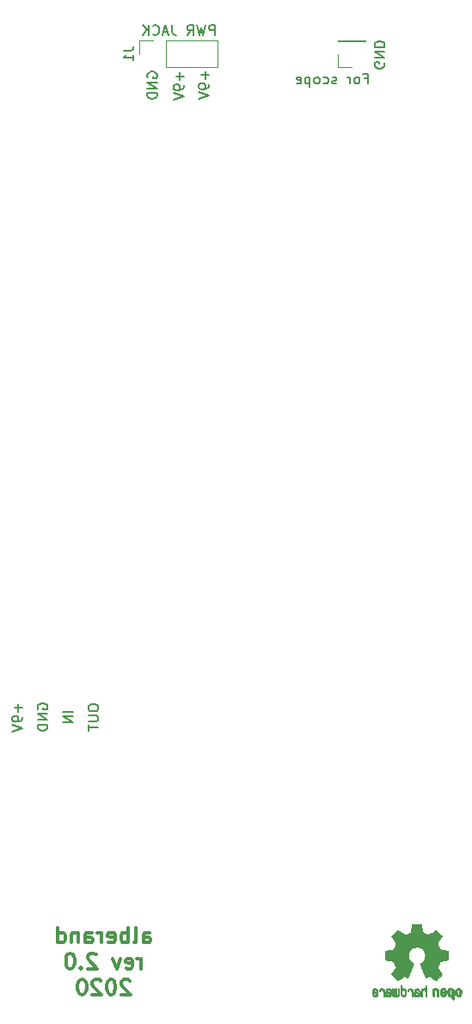
<source format=gbr>
G04 #@! TF.GenerationSoftware,KiCad,Pcbnew,5.1.6*
G04 #@! TF.CreationDate,2020-09-18T17:18:22+02:00*
G04 #@! TF.ProjectId,bigmuff,6269676d-7566-4662-9e6b-696361645f70,rev?*
G04 #@! TF.SameCoordinates,Original*
G04 #@! TF.FileFunction,Legend,Bot*
G04 #@! TF.FilePolarity,Positive*
%FSLAX46Y46*%
G04 Gerber Fmt 4.6, Leading zero omitted, Abs format (unit mm)*
G04 Created by KiCad (PCBNEW 5.1.6) date 2020-09-18 17:18:22*
%MOMM*%
%LPD*%
G01*
G04 APERTURE LIST*
%ADD10C,0.150000*%
%ADD11C,0.300000*%
%ADD12C,0.120000*%
%ADD13C,0.010000*%
G04 APERTURE END LIST*
D10*
X130352380Y-117000000D02*
X130352380Y-117190476D01*
X130400000Y-117285714D01*
X130495238Y-117380952D01*
X130685714Y-117428571D01*
X131019047Y-117428571D01*
X131209523Y-117380952D01*
X131304761Y-117285714D01*
X131352380Y-117190476D01*
X131352380Y-117000000D01*
X131304761Y-116904761D01*
X131209523Y-116809523D01*
X131019047Y-116761904D01*
X130685714Y-116761904D01*
X130495238Y-116809523D01*
X130400000Y-116904761D01*
X130352380Y-117000000D01*
X130352380Y-117857142D02*
X131161904Y-117857142D01*
X131257142Y-117904761D01*
X131304761Y-117952380D01*
X131352380Y-118047619D01*
X131352380Y-118238095D01*
X131304761Y-118333333D01*
X131257142Y-118380952D01*
X131161904Y-118428571D01*
X130352380Y-118428571D01*
X130352380Y-118761904D02*
X130352380Y-119333333D01*
X131352380Y-119047619D02*
X130352380Y-119047619D01*
X157566666Y-55128571D02*
X157900000Y-55128571D01*
X157900000Y-55652380D02*
X157900000Y-54652380D01*
X157423809Y-54652380D01*
X156900000Y-55652380D02*
X156995238Y-55604761D01*
X157042857Y-55557142D01*
X157090476Y-55461904D01*
X157090476Y-55176190D01*
X157042857Y-55080952D01*
X156995238Y-55033333D01*
X156900000Y-54985714D01*
X156757142Y-54985714D01*
X156661904Y-55033333D01*
X156614285Y-55080952D01*
X156566666Y-55176190D01*
X156566666Y-55461904D01*
X156614285Y-55557142D01*
X156661904Y-55604761D01*
X156757142Y-55652380D01*
X156900000Y-55652380D01*
X156138095Y-55652380D02*
X156138095Y-54985714D01*
X156138095Y-55176190D02*
X156090476Y-55080952D01*
X156042857Y-55033333D01*
X155947619Y-54985714D01*
X155852380Y-54985714D01*
X154804761Y-55604761D02*
X154709523Y-55652380D01*
X154519047Y-55652380D01*
X154423809Y-55604761D01*
X154376190Y-55509523D01*
X154376190Y-55461904D01*
X154423809Y-55366666D01*
X154519047Y-55319047D01*
X154661904Y-55319047D01*
X154757142Y-55271428D01*
X154804761Y-55176190D01*
X154804761Y-55128571D01*
X154757142Y-55033333D01*
X154661904Y-54985714D01*
X154519047Y-54985714D01*
X154423809Y-55033333D01*
X153519047Y-55604761D02*
X153614285Y-55652380D01*
X153804761Y-55652380D01*
X153900000Y-55604761D01*
X153947619Y-55557142D01*
X153995238Y-55461904D01*
X153995238Y-55176190D01*
X153947619Y-55080952D01*
X153900000Y-55033333D01*
X153804761Y-54985714D01*
X153614285Y-54985714D01*
X153519047Y-55033333D01*
X152947619Y-55652380D02*
X153042857Y-55604761D01*
X153090476Y-55557142D01*
X153138095Y-55461904D01*
X153138095Y-55176190D01*
X153090476Y-55080952D01*
X153042857Y-55033333D01*
X152947619Y-54985714D01*
X152804761Y-54985714D01*
X152709523Y-55033333D01*
X152661904Y-55080952D01*
X152614285Y-55176190D01*
X152614285Y-55461904D01*
X152661904Y-55557142D01*
X152709523Y-55604761D01*
X152804761Y-55652380D01*
X152947619Y-55652380D01*
X152185714Y-54985714D02*
X152185714Y-55985714D01*
X152185714Y-55033333D02*
X152090476Y-54985714D01*
X151900000Y-54985714D01*
X151804761Y-55033333D01*
X151757142Y-55080952D01*
X151709523Y-55176190D01*
X151709523Y-55461904D01*
X151757142Y-55557142D01*
X151804761Y-55604761D01*
X151900000Y-55652380D01*
X152090476Y-55652380D01*
X152185714Y-55604761D01*
X150900000Y-55604761D02*
X150995238Y-55652380D01*
X151185714Y-55652380D01*
X151280952Y-55604761D01*
X151328571Y-55509523D01*
X151328571Y-55128571D01*
X151280952Y-55033333D01*
X151185714Y-54985714D01*
X150995238Y-54985714D01*
X150900000Y-55033333D01*
X150852380Y-55128571D01*
X150852380Y-55223809D01*
X151328571Y-55319047D01*
X128852380Y-117476190D02*
X127852380Y-117476190D01*
X128852380Y-117952380D02*
X127852380Y-117952380D01*
X128852380Y-118523809D01*
X127852380Y-118523809D01*
X125400000Y-117238095D02*
X125352380Y-117142857D01*
X125352380Y-117000000D01*
X125400000Y-116857142D01*
X125495238Y-116761904D01*
X125590476Y-116714285D01*
X125780952Y-116666666D01*
X125923809Y-116666666D01*
X126114285Y-116714285D01*
X126209523Y-116761904D01*
X126304761Y-116857142D01*
X126352380Y-117000000D01*
X126352380Y-117095238D01*
X126304761Y-117238095D01*
X126257142Y-117285714D01*
X125923809Y-117285714D01*
X125923809Y-117095238D01*
X126352380Y-117714285D02*
X125352380Y-117714285D01*
X126352380Y-118285714D01*
X125352380Y-118285714D01*
X126352380Y-118761904D02*
X125352380Y-118761904D01*
X125352380Y-119000000D01*
X125400000Y-119142857D01*
X125495238Y-119238095D01*
X125590476Y-119285714D01*
X125780952Y-119333333D01*
X125923809Y-119333333D01*
X126114285Y-119285714D01*
X126209523Y-119238095D01*
X126304761Y-119142857D01*
X126352380Y-119000000D01*
X126352380Y-118761904D01*
X123471428Y-116714285D02*
X123471428Y-117476190D01*
X123852380Y-117095238D02*
X123090476Y-117095238D01*
X123852380Y-118000000D02*
X123852380Y-118190476D01*
X123804761Y-118285714D01*
X123757142Y-118333333D01*
X123614285Y-118428571D01*
X123423809Y-118476190D01*
X123042857Y-118476190D01*
X122947619Y-118428571D01*
X122900000Y-118380952D01*
X122852380Y-118285714D01*
X122852380Y-118095238D01*
X122900000Y-118000000D01*
X122947619Y-117952380D01*
X123042857Y-117904761D01*
X123280952Y-117904761D01*
X123376190Y-117952380D01*
X123423809Y-118000000D01*
X123471428Y-118095238D01*
X123471428Y-118285714D01*
X123423809Y-118380952D01*
X123376190Y-118428571D01*
X123280952Y-118476190D01*
X122852380Y-118761904D02*
X123852380Y-119095238D01*
X122852380Y-119428571D01*
D11*
X135792857Y-140228571D02*
X135792857Y-139442857D01*
X135864285Y-139300000D01*
X136007142Y-139228571D01*
X136292857Y-139228571D01*
X136435714Y-139300000D01*
X135792857Y-140157142D02*
X135935714Y-140228571D01*
X136292857Y-140228571D01*
X136435714Y-140157142D01*
X136507142Y-140014285D01*
X136507142Y-139871428D01*
X136435714Y-139728571D01*
X136292857Y-139657142D01*
X135935714Y-139657142D01*
X135792857Y-139585714D01*
X134864285Y-140228571D02*
X135007142Y-140157142D01*
X135078571Y-140014285D01*
X135078571Y-138728571D01*
X134292857Y-140228571D02*
X134292857Y-138728571D01*
X134292857Y-139300000D02*
X134150000Y-139228571D01*
X133864285Y-139228571D01*
X133721428Y-139300000D01*
X133650000Y-139371428D01*
X133578571Y-139514285D01*
X133578571Y-139942857D01*
X133650000Y-140085714D01*
X133721428Y-140157142D01*
X133864285Y-140228571D01*
X134150000Y-140228571D01*
X134292857Y-140157142D01*
X132364285Y-140157142D02*
X132507142Y-140228571D01*
X132792857Y-140228571D01*
X132935714Y-140157142D01*
X133007142Y-140014285D01*
X133007142Y-139442857D01*
X132935714Y-139300000D01*
X132792857Y-139228571D01*
X132507142Y-139228571D01*
X132364285Y-139300000D01*
X132292857Y-139442857D01*
X132292857Y-139585714D01*
X133007142Y-139728571D01*
X131650000Y-140228571D02*
X131650000Y-139228571D01*
X131650000Y-139514285D02*
X131578571Y-139371428D01*
X131507142Y-139300000D01*
X131364285Y-139228571D01*
X131221428Y-139228571D01*
X130078571Y-140228571D02*
X130078571Y-139442857D01*
X130150000Y-139300000D01*
X130292857Y-139228571D01*
X130578571Y-139228571D01*
X130721428Y-139300000D01*
X130078571Y-140157142D02*
X130221428Y-140228571D01*
X130578571Y-140228571D01*
X130721428Y-140157142D01*
X130792857Y-140014285D01*
X130792857Y-139871428D01*
X130721428Y-139728571D01*
X130578571Y-139657142D01*
X130221428Y-139657142D01*
X130078571Y-139585714D01*
X129364285Y-139228571D02*
X129364285Y-140228571D01*
X129364285Y-139371428D02*
X129292857Y-139300000D01*
X129150000Y-139228571D01*
X128935714Y-139228571D01*
X128792857Y-139300000D01*
X128721428Y-139442857D01*
X128721428Y-140228571D01*
X127364285Y-140228571D02*
X127364285Y-138728571D01*
X127364285Y-140157142D02*
X127507142Y-140228571D01*
X127792857Y-140228571D01*
X127935714Y-140157142D01*
X128007142Y-140085714D01*
X128078571Y-139942857D01*
X128078571Y-139514285D01*
X128007142Y-139371428D01*
X127935714Y-139300000D01*
X127792857Y-139228571D01*
X127507142Y-139228571D01*
X127364285Y-139300000D01*
X135578571Y-142778571D02*
X135578571Y-141778571D01*
X135578571Y-142064285D02*
X135507142Y-141921428D01*
X135435714Y-141850000D01*
X135292857Y-141778571D01*
X135150000Y-141778571D01*
X134078571Y-142707142D02*
X134221428Y-142778571D01*
X134507142Y-142778571D01*
X134650000Y-142707142D01*
X134721428Y-142564285D01*
X134721428Y-141992857D01*
X134650000Y-141850000D01*
X134507142Y-141778571D01*
X134221428Y-141778571D01*
X134078571Y-141850000D01*
X134007142Y-141992857D01*
X134007142Y-142135714D01*
X134721428Y-142278571D01*
X133507142Y-141778571D02*
X133150000Y-142778571D01*
X132792857Y-141778571D01*
X131150000Y-141421428D02*
X131078571Y-141350000D01*
X130935714Y-141278571D01*
X130578571Y-141278571D01*
X130435714Y-141350000D01*
X130364285Y-141421428D01*
X130292857Y-141564285D01*
X130292857Y-141707142D01*
X130364285Y-141921428D01*
X131221428Y-142778571D01*
X130292857Y-142778571D01*
X129650000Y-142635714D02*
X129578571Y-142707142D01*
X129650000Y-142778571D01*
X129721428Y-142707142D01*
X129650000Y-142635714D01*
X129650000Y-142778571D01*
X128650000Y-141278571D02*
X128507142Y-141278571D01*
X128364285Y-141350000D01*
X128292857Y-141421428D01*
X128221428Y-141564285D01*
X128150000Y-141850000D01*
X128150000Y-142207142D01*
X128221428Y-142492857D01*
X128292857Y-142635714D01*
X128364285Y-142707142D01*
X128507142Y-142778571D01*
X128650000Y-142778571D01*
X128792857Y-142707142D01*
X128864285Y-142635714D01*
X128935714Y-142492857D01*
X129007142Y-142207142D01*
X129007142Y-141850000D01*
X128935714Y-141564285D01*
X128864285Y-141421428D01*
X128792857Y-141350000D01*
X128650000Y-141278571D01*
X134471428Y-143971428D02*
X134400000Y-143900000D01*
X134257142Y-143828571D01*
X133900000Y-143828571D01*
X133757142Y-143900000D01*
X133685714Y-143971428D01*
X133614285Y-144114285D01*
X133614285Y-144257142D01*
X133685714Y-144471428D01*
X134542857Y-145328571D01*
X133614285Y-145328571D01*
X132685714Y-143828571D02*
X132542857Y-143828571D01*
X132400000Y-143900000D01*
X132328571Y-143971428D01*
X132257142Y-144114285D01*
X132185714Y-144400000D01*
X132185714Y-144757142D01*
X132257142Y-145042857D01*
X132328571Y-145185714D01*
X132400000Y-145257142D01*
X132542857Y-145328571D01*
X132685714Y-145328571D01*
X132828571Y-145257142D01*
X132900000Y-145185714D01*
X132971428Y-145042857D01*
X133042857Y-144757142D01*
X133042857Y-144400000D01*
X132971428Y-144114285D01*
X132900000Y-143971428D01*
X132828571Y-143900000D01*
X132685714Y-143828571D01*
X131614285Y-143971428D02*
X131542857Y-143900000D01*
X131400000Y-143828571D01*
X131042857Y-143828571D01*
X130900000Y-143900000D01*
X130828571Y-143971428D01*
X130757142Y-144114285D01*
X130757142Y-144257142D01*
X130828571Y-144471428D01*
X131685714Y-145328571D01*
X130757142Y-145328571D01*
X129828571Y-143828571D02*
X129685714Y-143828571D01*
X129542857Y-143900000D01*
X129471428Y-143971428D01*
X129400000Y-144114285D01*
X129328571Y-144400000D01*
X129328571Y-144757142D01*
X129400000Y-145042857D01*
X129471428Y-145185714D01*
X129542857Y-145257142D01*
X129685714Y-145328571D01*
X129828571Y-145328571D01*
X129971428Y-145257142D01*
X130042857Y-145185714D01*
X130114285Y-145042857D01*
X130185714Y-144757142D01*
X130185714Y-144400000D01*
X130114285Y-144114285D01*
X130042857Y-143971428D01*
X129971428Y-143900000D01*
X129828571Y-143828571D01*
D10*
X159500000Y-53561904D02*
X159547619Y-53657142D01*
X159547619Y-53800000D01*
X159500000Y-53942857D01*
X159404761Y-54038095D01*
X159309523Y-54085714D01*
X159119047Y-54133333D01*
X158976190Y-54133333D01*
X158785714Y-54085714D01*
X158690476Y-54038095D01*
X158595238Y-53942857D01*
X158547619Y-53800000D01*
X158547619Y-53704761D01*
X158595238Y-53561904D01*
X158642857Y-53514285D01*
X158976190Y-53514285D01*
X158976190Y-53704761D01*
X158547619Y-53085714D02*
X159547619Y-53085714D01*
X158547619Y-52514285D01*
X159547619Y-52514285D01*
X158547619Y-52038095D02*
X159547619Y-52038095D01*
X159547619Y-51800000D01*
X159500000Y-51657142D01*
X159404761Y-51561904D01*
X159309523Y-51514285D01*
X159119047Y-51466666D01*
X158976190Y-51466666D01*
X158785714Y-51514285D01*
X158690476Y-51561904D01*
X158595238Y-51657142D01*
X158547619Y-51800000D01*
X158547619Y-52038095D01*
X139371428Y-54514285D02*
X139371428Y-55276190D01*
X139752380Y-54895238D02*
X138990476Y-54895238D01*
X139752380Y-55800000D02*
X139752380Y-55990476D01*
X139704761Y-56085714D01*
X139657142Y-56133333D01*
X139514285Y-56228571D01*
X139323809Y-56276190D01*
X138942857Y-56276190D01*
X138847619Y-56228571D01*
X138800000Y-56180952D01*
X138752380Y-56085714D01*
X138752380Y-55895238D01*
X138800000Y-55800000D01*
X138847619Y-55752380D01*
X138942857Y-55704761D01*
X139180952Y-55704761D01*
X139276190Y-55752380D01*
X139323809Y-55800000D01*
X139371428Y-55895238D01*
X139371428Y-56085714D01*
X139323809Y-56180952D01*
X139276190Y-56228571D01*
X139180952Y-56276190D01*
X138752380Y-56561904D02*
X139752380Y-56895238D01*
X138752380Y-57228571D01*
X141871428Y-54414285D02*
X141871428Y-55176190D01*
X142252380Y-54795238D02*
X141490476Y-54795238D01*
X142252380Y-55700000D02*
X142252380Y-55890476D01*
X142204761Y-55985714D01*
X142157142Y-56033333D01*
X142014285Y-56128571D01*
X141823809Y-56176190D01*
X141442857Y-56176190D01*
X141347619Y-56128571D01*
X141300000Y-56080952D01*
X141252380Y-55985714D01*
X141252380Y-55795238D01*
X141300000Y-55700000D01*
X141347619Y-55652380D01*
X141442857Y-55604761D01*
X141680952Y-55604761D01*
X141776190Y-55652380D01*
X141823809Y-55700000D01*
X141871428Y-55795238D01*
X141871428Y-55985714D01*
X141823809Y-56080952D01*
X141776190Y-56128571D01*
X141680952Y-56176190D01*
X141252380Y-56461904D02*
X142252380Y-56795238D01*
X141252380Y-57128571D01*
X136200000Y-55038095D02*
X136152380Y-54942857D01*
X136152380Y-54800000D01*
X136200000Y-54657142D01*
X136295238Y-54561904D01*
X136390476Y-54514285D01*
X136580952Y-54466666D01*
X136723809Y-54466666D01*
X136914285Y-54514285D01*
X137009523Y-54561904D01*
X137104761Y-54657142D01*
X137152380Y-54800000D01*
X137152380Y-54895238D01*
X137104761Y-55038095D01*
X137057142Y-55085714D01*
X136723809Y-55085714D01*
X136723809Y-54895238D01*
X137152380Y-55514285D02*
X136152380Y-55514285D01*
X137152380Y-56085714D01*
X136152380Y-56085714D01*
X137152380Y-56561904D02*
X136152380Y-56561904D01*
X136152380Y-56800000D01*
X136200000Y-56942857D01*
X136295238Y-57038095D01*
X136390476Y-57085714D01*
X136580952Y-57133333D01*
X136723809Y-57133333D01*
X136914285Y-57085714D01*
X137009523Y-57038095D01*
X137104761Y-56942857D01*
X137152380Y-56800000D01*
X137152380Y-56561904D01*
D12*
X143110000Y-51370000D02*
X143110000Y-54030000D01*
X137970000Y-51370000D02*
X143110000Y-51370000D01*
X137970000Y-54030000D02*
X143110000Y-54030000D01*
X137970000Y-51370000D02*
X137970000Y-54030000D01*
X136700000Y-51370000D02*
X135370000Y-51370000D01*
X135370000Y-51370000D02*
X135370000Y-52700000D01*
D13*
G36*
X165931114Y-144684505D02*
G01*
X165856461Y-144721727D01*
X165790569Y-144790261D01*
X165772423Y-144815648D01*
X165752655Y-144848866D01*
X165739828Y-144884945D01*
X165732490Y-144933098D01*
X165729187Y-145002536D01*
X165728462Y-145094206D01*
X165731737Y-145219830D01*
X165743123Y-145314154D01*
X165764959Y-145384523D01*
X165799581Y-145438286D01*
X165849330Y-145482788D01*
X165852986Y-145485423D01*
X165902015Y-145512377D01*
X165961055Y-145525712D01*
X166036141Y-145529000D01*
X166158205Y-145529000D01*
X166158256Y-145647497D01*
X166159392Y-145713492D01*
X166166314Y-145752202D01*
X166184402Y-145775419D01*
X166219038Y-145794933D01*
X166227355Y-145798920D01*
X166266280Y-145817603D01*
X166296417Y-145829403D01*
X166318826Y-145830422D01*
X166334567Y-145816761D01*
X166344698Y-145784522D01*
X166350277Y-145729804D01*
X166352365Y-145648711D01*
X166352019Y-145537344D01*
X166350300Y-145391802D01*
X166349763Y-145348269D01*
X166347828Y-145198205D01*
X166346096Y-145100042D01*
X166158308Y-145100042D01*
X166157252Y-145183364D01*
X166152562Y-145237880D01*
X166141949Y-145273837D01*
X166123128Y-145301482D01*
X166110350Y-145314965D01*
X166058110Y-145354417D01*
X166011858Y-145357628D01*
X165964133Y-145325049D01*
X165962923Y-145323846D01*
X165943506Y-145298668D01*
X165931693Y-145264447D01*
X165925735Y-145211748D01*
X165923880Y-145131131D01*
X165923846Y-145113271D01*
X165928330Y-145002175D01*
X165942926Y-144925161D01*
X165969350Y-144878147D01*
X166009317Y-144857050D01*
X166032416Y-144854923D01*
X166087238Y-144864900D01*
X166124842Y-144897752D01*
X166147477Y-144957857D01*
X166157394Y-145049598D01*
X166158308Y-145100042D01*
X166346096Y-145100042D01*
X166345778Y-145082060D01*
X166343127Y-144994679D01*
X166339394Y-144930905D01*
X166334093Y-144885582D01*
X166326742Y-144853555D01*
X166316857Y-144829668D01*
X166303954Y-144808764D01*
X166298421Y-144800898D01*
X166225031Y-144726595D01*
X166132240Y-144684467D01*
X166024904Y-144672722D01*
X165931114Y-144684505D01*
G37*
X165931114Y-144684505D02*
X165856461Y-144721727D01*
X165790569Y-144790261D01*
X165772423Y-144815648D01*
X165752655Y-144848866D01*
X165739828Y-144884945D01*
X165732490Y-144933098D01*
X165729187Y-145002536D01*
X165728462Y-145094206D01*
X165731737Y-145219830D01*
X165743123Y-145314154D01*
X165764959Y-145384523D01*
X165799581Y-145438286D01*
X165849330Y-145482788D01*
X165852986Y-145485423D01*
X165902015Y-145512377D01*
X165961055Y-145525712D01*
X166036141Y-145529000D01*
X166158205Y-145529000D01*
X166158256Y-145647497D01*
X166159392Y-145713492D01*
X166166314Y-145752202D01*
X166184402Y-145775419D01*
X166219038Y-145794933D01*
X166227355Y-145798920D01*
X166266280Y-145817603D01*
X166296417Y-145829403D01*
X166318826Y-145830422D01*
X166334567Y-145816761D01*
X166344698Y-145784522D01*
X166350277Y-145729804D01*
X166352365Y-145648711D01*
X166352019Y-145537344D01*
X166350300Y-145391802D01*
X166349763Y-145348269D01*
X166347828Y-145198205D01*
X166346096Y-145100042D01*
X166158308Y-145100042D01*
X166157252Y-145183364D01*
X166152562Y-145237880D01*
X166141949Y-145273837D01*
X166123128Y-145301482D01*
X166110350Y-145314965D01*
X166058110Y-145354417D01*
X166011858Y-145357628D01*
X165964133Y-145325049D01*
X165962923Y-145323846D01*
X165943506Y-145298668D01*
X165931693Y-145264447D01*
X165925735Y-145211748D01*
X165923880Y-145131131D01*
X165923846Y-145113271D01*
X165928330Y-145002175D01*
X165942926Y-144925161D01*
X165969350Y-144878147D01*
X166009317Y-144857050D01*
X166032416Y-144854923D01*
X166087238Y-144864900D01*
X166124842Y-144897752D01*
X166147477Y-144957857D01*
X166157394Y-145049598D01*
X166158308Y-145100042D01*
X166346096Y-145100042D01*
X166345778Y-145082060D01*
X166343127Y-144994679D01*
X166339394Y-144930905D01*
X166334093Y-144885582D01*
X166326742Y-144853555D01*
X166316857Y-144829668D01*
X166303954Y-144808764D01*
X166298421Y-144800898D01*
X166225031Y-144726595D01*
X166132240Y-144684467D01*
X166024904Y-144672722D01*
X165931114Y-144684505D01*
G36*
X164428336Y-144695089D02*
G01*
X164365633Y-144731358D01*
X164322039Y-144767358D01*
X164290155Y-144805075D01*
X164268190Y-144851199D01*
X164254351Y-144912421D01*
X164246847Y-144995431D01*
X164243883Y-145106919D01*
X164243539Y-145187062D01*
X164243539Y-145482065D01*
X164409615Y-145556515D01*
X164419385Y-145233402D01*
X164423421Y-145112729D01*
X164427656Y-145025141D01*
X164432903Y-144964650D01*
X164439975Y-144925268D01*
X164449689Y-144901007D01*
X164462856Y-144885880D01*
X164467081Y-144882606D01*
X164531091Y-144857034D01*
X164595792Y-144867153D01*
X164634308Y-144894000D01*
X164649975Y-144913024D01*
X164660820Y-144937988D01*
X164667712Y-144975834D01*
X164671521Y-145033502D01*
X164673117Y-145117935D01*
X164673385Y-145205928D01*
X164673437Y-145316323D01*
X164675328Y-145394463D01*
X164681655Y-145447165D01*
X164695017Y-145481242D01*
X164718015Y-145503511D01*
X164753246Y-145520787D01*
X164800303Y-145538738D01*
X164851697Y-145558278D01*
X164845579Y-145211485D01*
X164843116Y-145086468D01*
X164840233Y-144994082D01*
X164836102Y-144927881D01*
X164829893Y-144881420D01*
X164820774Y-144848256D01*
X164807917Y-144821944D01*
X164792416Y-144798729D01*
X164717629Y-144724569D01*
X164626372Y-144681684D01*
X164527117Y-144671412D01*
X164428336Y-144695089D01*
G37*
X164428336Y-144695089D02*
X164365633Y-144731358D01*
X164322039Y-144767358D01*
X164290155Y-144805075D01*
X164268190Y-144851199D01*
X164254351Y-144912421D01*
X164246847Y-144995431D01*
X164243883Y-145106919D01*
X164243539Y-145187062D01*
X164243539Y-145482065D01*
X164409615Y-145556515D01*
X164419385Y-145233402D01*
X164423421Y-145112729D01*
X164427656Y-145025141D01*
X164432903Y-144964650D01*
X164439975Y-144925268D01*
X164449689Y-144901007D01*
X164462856Y-144885880D01*
X164467081Y-144882606D01*
X164531091Y-144857034D01*
X164595792Y-144867153D01*
X164634308Y-144894000D01*
X164649975Y-144913024D01*
X164660820Y-144937988D01*
X164667712Y-144975834D01*
X164671521Y-145033502D01*
X164673117Y-145117935D01*
X164673385Y-145205928D01*
X164673437Y-145316323D01*
X164675328Y-145394463D01*
X164681655Y-145447165D01*
X164695017Y-145481242D01*
X164718015Y-145503511D01*
X164753246Y-145520787D01*
X164800303Y-145538738D01*
X164851697Y-145558278D01*
X164845579Y-145211485D01*
X164843116Y-145086468D01*
X164840233Y-144994082D01*
X164836102Y-144927881D01*
X164829893Y-144881420D01*
X164820774Y-144848256D01*
X164807917Y-144821944D01*
X164792416Y-144798729D01*
X164717629Y-144724569D01*
X164626372Y-144681684D01*
X164527117Y-144671412D01*
X164428336Y-144695089D01*
G36*
X166683114Y-144687256D02*
G01*
X166591536Y-144735409D01*
X166523951Y-144812905D01*
X166499943Y-144862727D01*
X166481262Y-144937533D01*
X166471699Y-145032052D01*
X166470792Y-145135210D01*
X166478079Y-145235935D01*
X166493097Y-145323153D01*
X166515385Y-145385791D01*
X166522235Y-145396579D01*
X166603368Y-145477105D01*
X166699734Y-145525336D01*
X166804299Y-145539450D01*
X166910032Y-145517629D01*
X166939457Y-145504547D01*
X166996759Y-145464231D01*
X167047050Y-145410775D01*
X167051803Y-145403995D01*
X167071122Y-145371321D01*
X167083892Y-145336394D01*
X167091436Y-145290414D01*
X167095076Y-145224584D01*
X167096135Y-145130105D01*
X167096154Y-145108923D01*
X167096106Y-145102182D01*
X166900769Y-145102182D01*
X166899632Y-145191349D01*
X166895159Y-145250520D01*
X166885754Y-145288741D01*
X166869824Y-145315053D01*
X166861692Y-145323846D01*
X166814942Y-145357261D01*
X166769553Y-145355737D01*
X166723660Y-145326752D01*
X166696288Y-145295809D01*
X166680077Y-145250643D01*
X166670974Y-145179420D01*
X166670349Y-145171114D01*
X166668796Y-145042037D01*
X166685035Y-144946172D01*
X166718848Y-144884107D01*
X166770016Y-144856432D01*
X166788280Y-144854923D01*
X166836240Y-144862513D01*
X166869047Y-144888808D01*
X166889105Y-144939095D01*
X166898822Y-145018664D01*
X166900769Y-145102182D01*
X167096106Y-145102182D01*
X167095426Y-145008249D01*
X167092371Y-144937906D01*
X167085678Y-144889163D01*
X167074040Y-144853288D01*
X167056147Y-144821548D01*
X167052192Y-144815648D01*
X166985733Y-144736104D01*
X166913315Y-144689929D01*
X166825151Y-144671599D01*
X166795213Y-144670703D01*
X166683114Y-144687256D01*
G37*
X166683114Y-144687256D02*
X166591536Y-144735409D01*
X166523951Y-144812905D01*
X166499943Y-144862727D01*
X166481262Y-144937533D01*
X166471699Y-145032052D01*
X166470792Y-145135210D01*
X166478079Y-145235935D01*
X166493097Y-145323153D01*
X166515385Y-145385791D01*
X166522235Y-145396579D01*
X166603368Y-145477105D01*
X166699734Y-145525336D01*
X166804299Y-145539450D01*
X166910032Y-145517629D01*
X166939457Y-145504547D01*
X166996759Y-145464231D01*
X167047050Y-145410775D01*
X167051803Y-145403995D01*
X167071122Y-145371321D01*
X167083892Y-145336394D01*
X167091436Y-145290414D01*
X167095076Y-145224584D01*
X167096135Y-145130105D01*
X167096154Y-145108923D01*
X167096106Y-145102182D01*
X166900769Y-145102182D01*
X166899632Y-145191349D01*
X166895159Y-145250520D01*
X166885754Y-145288741D01*
X166869824Y-145315053D01*
X166861692Y-145323846D01*
X166814942Y-145357261D01*
X166769553Y-145355737D01*
X166723660Y-145326752D01*
X166696288Y-145295809D01*
X166680077Y-145250643D01*
X166670974Y-145179420D01*
X166670349Y-145171114D01*
X166668796Y-145042037D01*
X166685035Y-144946172D01*
X166718848Y-144884107D01*
X166770016Y-144856432D01*
X166788280Y-144854923D01*
X166836240Y-144862513D01*
X166869047Y-144888808D01*
X166889105Y-144939095D01*
X166898822Y-145018664D01*
X166900769Y-145102182D01*
X167096106Y-145102182D01*
X167095426Y-145008249D01*
X167092371Y-144937906D01*
X167085678Y-144889163D01*
X167074040Y-144853288D01*
X167056147Y-144821548D01*
X167052192Y-144815648D01*
X166985733Y-144736104D01*
X166913315Y-144689929D01*
X166825151Y-144671599D01*
X166795213Y-144670703D01*
X166683114Y-144687256D01*
G36*
X165165746Y-144699745D02*
G01*
X165088714Y-144751567D01*
X165029184Y-144826412D01*
X164993622Y-144921654D01*
X164986429Y-144991756D01*
X164987246Y-145021009D01*
X164994086Y-145043407D01*
X165012888Y-145063474D01*
X165049592Y-145085733D01*
X165110138Y-145114709D01*
X165200466Y-145154927D01*
X165200923Y-145155129D01*
X165284067Y-145193210D01*
X165352247Y-145227025D01*
X165398495Y-145252933D01*
X165415842Y-145267295D01*
X165415846Y-145267411D01*
X165400557Y-145298685D01*
X165364804Y-145333157D01*
X165323758Y-145357990D01*
X165302963Y-145362923D01*
X165246230Y-145345862D01*
X165197373Y-145303133D01*
X165173535Y-145256155D01*
X165150603Y-145221522D01*
X165105682Y-145182081D01*
X165052877Y-145148009D01*
X165006290Y-145129480D01*
X164996548Y-145128462D01*
X164985582Y-145145215D01*
X164984921Y-145188039D01*
X164992980Y-145245781D01*
X165008173Y-145307289D01*
X165028914Y-145361409D01*
X165029962Y-145363510D01*
X165092379Y-145450660D01*
X165173274Y-145509939D01*
X165265144Y-145539034D01*
X165360487Y-145535634D01*
X165451802Y-145497428D01*
X165455862Y-145494741D01*
X165527694Y-145429642D01*
X165574927Y-145344705D01*
X165601066Y-145233021D01*
X165604574Y-145201643D01*
X165610787Y-145053536D01*
X165603339Y-144984468D01*
X165415846Y-144984468D01*
X165413410Y-145027552D01*
X165400086Y-145040126D01*
X165366868Y-145030719D01*
X165314506Y-145008483D01*
X165255976Y-144980610D01*
X165254521Y-144979872D01*
X165204911Y-144953777D01*
X165185000Y-144936363D01*
X165189910Y-144918107D01*
X165210584Y-144894120D01*
X165263181Y-144859406D01*
X165319823Y-144856856D01*
X165370631Y-144882119D01*
X165405724Y-144930847D01*
X165415846Y-144984468D01*
X165603339Y-144984468D01*
X165598008Y-144935036D01*
X165565222Y-144841055D01*
X165519579Y-144775215D01*
X165437198Y-144708681D01*
X165346454Y-144675676D01*
X165253815Y-144673573D01*
X165165746Y-144699745D01*
G37*
X165165746Y-144699745D02*
X165088714Y-144751567D01*
X165029184Y-144826412D01*
X164993622Y-144921654D01*
X164986429Y-144991756D01*
X164987246Y-145021009D01*
X164994086Y-145043407D01*
X165012888Y-145063474D01*
X165049592Y-145085733D01*
X165110138Y-145114709D01*
X165200466Y-145154927D01*
X165200923Y-145155129D01*
X165284067Y-145193210D01*
X165352247Y-145227025D01*
X165398495Y-145252933D01*
X165415842Y-145267295D01*
X165415846Y-145267411D01*
X165400557Y-145298685D01*
X165364804Y-145333157D01*
X165323758Y-145357990D01*
X165302963Y-145362923D01*
X165246230Y-145345862D01*
X165197373Y-145303133D01*
X165173535Y-145256155D01*
X165150603Y-145221522D01*
X165105682Y-145182081D01*
X165052877Y-145148009D01*
X165006290Y-145129480D01*
X164996548Y-145128462D01*
X164985582Y-145145215D01*
X164984921Y-145188039D01*
X164992980Y-145245781D01*
X165008173Y-145307289D01*
X165028914Y-145361409D01*
X165029962Y-145363510D01*
X165092379Y-145450660D01*
X165173274Y-145509939D01*
X165265144Y-145539034D01*
X165360487Y-145535634D01*
X165451802Y-145497428D01*
X165455862Y-145494741D01*
X165527694Y-145429642D01*
X165574927Y-145344705D01*
X165601066Y-145233021D01*
X165604574Y-145201643D01*
X165610787Y-145053536D01*
X165603339Y-144984468D01*
X165415846Y-144984468D01*
X165413410Y-145027552D01*
X165400086Y-145040126D01*
X165366868Y-145030719D01*
X165314506Y-145008483D01*
X165255976Y-144980610D01*
X165254521Y-144979872D01*
X165204911Y-144953777D01*
X165185000Y-144936363D01*
X165189910Y-144918107D01*
X165210584Y-144894120D01*
X165263181Y-144859406D01*
X165319823Y-144856856D01*
X165370631Y-144882119D01*
X165405724Y-144930847D01*
X165415846Y-144984468D01*
X165603339Y-144984468D01*
X165598008Y-144935036D01*
X165565222Y-144841055D01*
X165519579Y-144775215D01*
X165437198Y-144708681D01*
X165346454Y-144675676D01*
X165253815Y-144673573D01*
X165165746Y-144699745D01*
G36*
X163540154Y-144592120D02*
G01*
X163534428Y-144671980D01*
X163527851Y-144719039D01*
X163518738Y-144739566D01*
X163505402Y-144739829D01*
X163501077Y-144737378D01*
X163443556Y-144719636D01*
X163368732Y-144720672D01*
X163292661Y-144738910D01*
X163245082Y-144762505D01*
X163196298Y-144800198D01*
X163160636Y-144842855D01*
X163136155Y-144897057D01*
X163120913Y-144969384D01*
X163112970Y-145066419D01*
X163110384Y-145194742D01*
X163110338Y-145219358D01*
X163110308Y-145495870D01*
X163171839Y-145517320D01*
X163215541Y-145531912D01*
X163239518Y-145538706D01*
X163240223Y-145538769D01*
X163242585Y-145520345D01*
X163244594Y-145469526D01*
X163246099Y-145392993D01*
X163246947Y-145297430D01*
X163247077Y-145239329D01*
X163247349Y-145124771D01*
X163248748Y-145042667D01*
X163252151Y-144986393D01*
X163258433Y-144949326D01*
X163268471Y-144924844D01*
X163283139Y-144906325D01*
X163292298Y-144897406D01*
X163355211Y-144861466D01*
X163423864Y-144858775D01*
X163486152Y-144889170D01*
X163497671Y-144900144D01*
X163514567Y-144920779D01*
X163526286Y-144945256D01*
X163533767Y-144980647D01*
X163537946Y-145034026D01*
X163539763Y-145112466D01*
X163540154Y-145220617D01*
X163540154Y-145495870D01*
X163601685Y-145517320D01*
X163645387Y-145531912D01*
X163669364Y-145538706D01*
X163670070Y-145538769D01*
X163671874Y-145520069D01*
X163673500Y-145467322D01*
X163674883Y-145385557D01*
X163675958Y-145279805D01*
X163676660Y-145155094D01*
X163676923Y-145016455D01*
X163676923Y-144481806D01*
X163549923Y-144428236D01*
X163540154Y-144592120D01*
G37*
X163540154Y-144592120D02*
X163534428Y-144671980D01*
X163527851Y-144719039D01*
X163518738Y-144739566D01*
X163505402Y-144739829D01*
X163501077Y-144737378D01*
X163443556Y-144719636D01*
X163368732Y-144720672D01*
X163292661Y-144738910D01*
X163245082Y-144762505D01*
X163196298Y-144800198D01*
X163160636Y-144842855D01*
X163136155Y-144897057D01*
X163120913Y-144969384D01*
X163112970Y-145066419D01*
X163110384Y-145194742D01*
X163110338Y-145219358D01*
X163110308Y-145495870D01*
X163171839Y-145517320D01*
X163215541Y-145531912D01*
X163239518Y-145538706D01*
X163240223Y-145538769D01*
X163242585Y-145520345D01*
X163244594Y-145469526D01*
X163246099Y-145392993D01*
X163246947Y-145297430D01*
X163247077Y-145239329D01*
X163247349Y-145124771D01*
X163248748Y-145042667D01*
X163252151Y-144986393D01*
X163258433Y-144949326D01*
X163268471Y-144924844D01*
X163283139Y-144906325D01*
X163292298Y-144897406D01*
X163355211Y-144861466D01*
X163423864Y-144858775D01*
X163486152Y-144889170D01*
X163497671Y-144900144D01*
X163514567Y-144920779D01*
X163526286Y-144945256D01*
X163533767Y-144980647D01*
X163537946Y-145034026D01*
X163539763Y-145112466D01*
X163540154Y-145220617D01*
X163540154Y-145495870D01*
X163601685Y-145517320D01*
X163645387Y-145531912D01*
X163669364Y-145538706D01*
X163670070Y-145538769D01*
X163671874Y-145520069D01*
X163673500Y-145467322D01*
X163674883Y-145385557D01*
X163675958Y-145279805D01*
X163676660Y-145155094D01*
X163676923Y-145016455D01*
X163676923Y-144481806D01*
X163549923Y-144428236D01*
X163540154Y-144592120D01*
G36*
X162646499Y-144726303D02*
G01*
X162569940Y-144754733D01*
X162569064Y-144755279D01*
X162521715Y-144790127D01*
X162486759Y-144830852D01*
X162462175Y-144883925D01*
X162445938Y-144955814D01*
X162436025Y-145052992D01*
X162430414Y-145181928D01*
X162429923Y-145200298D01*
X162422859Y-145477287D01*
X162482305Y-145508028D01*
X162525319Y-145528802D01*
X162551290Y-145538646D01*
X162552491Y-145538769D01*
X162556986Y-145520606D01*
X162560556Y-145471612D01*
X162562752Y-145400031D01*
X162563231Y-145342068D01*
X162563242Y-145248170D01*
X162567534Y-145189203D01*
X162582497Y-145161079D01*
X162614518Y-145159706D01*
X162669986Y-145180998D01*
X162753731Y-145220136D01*
X162815311Y-145252643D01*
X162846983Y-145280845D01*
X162856294Y-145311582D01*
X162856308Y-145313104D01*
X162840943Y-145366054D01*
X162795453Y-145394660D01*
X162725834Y-145398803D01*
X162675687Y-145398084D01*
X162649246Y-145412527D01*
X162632757Y-145447218D01*
X162623267Y-145491416D01*
X162636943Y-145516493D01*
X162642093Y-145520082D01*
X162690575Y-145534496D01*
X162758469Y-145536537D01*
X162828388Y-145526983D01*
X162877932Y-145509522D01*
X162946430Y-145451364D01*
X162985366Y-145370408D01*
X162993077Y-145307160D01*
X162987193Y-145250111D01*
X162965899Y-145203542D01*
X162923735Y-145162181D01*
X162855241Y-145120755D01*
X162754956Y-145073993D01*
X162748846Y-145071350D01*
X162658510Y-145029617D01*
X162602765Y-144995391D01*
X162578871Y-144964635D01*
X162584087Y-144933311D01*
X162615672Y-144897383D01*
X162625117Y-144889116D01*
X162688383Y-144857058D01*
X162753936Y-144858407D01*
X162811028Y-144889838D01*
X162848907Y-144948024D01*
X162852426Y-144959446D01*
X162886700Y-145014837D01*
X162930191Y-145041518D01*
X162993077Y-145067960D01*
X162993077Y-144999548D01*
X162973948Y-144900110D01*
X162917169Y-144808902D01*
X162887622Y-144778389D01*
X162820458Y-144739228D01*
X162735044Y-144721500D01*
X162646499Y-144726303D01*
G37*
X162646499Y-144726303D02*
X162569940Y-144754733D01*
X162569064Y-144755279D01*
X162521715Y-144790127D01*
X162486759Y-144830852D01*
X162462175Y-144883925D01*
X162445938Y-144955814D01*
X162436025Y-145052992D01*
X162430414Y-145181928D01*
X162429923Y-145200298D01*
X162422859Y-145477287D01*
X162482305Y-145508028D01*
X162525319Y-145528802D01*
X162551290Y-145538646D01*
X162552491Y-145538769D01*
X162556986Y-145520606D01*
X162560556Y-145471612D01*
X162562752Y-145400031D01*
X162563231Y-145342068D01*
X162563242Y-145248170D01*
X162567534Y-145189203D01*
X162582497Y-145161079D01*
X162614518Y-145159706D01*
X162669986Y-145180998D01*
X162753731Y-145220136D01*
X162815311Y-145252643D01*
X162846983Y-145280845D01*
X162856294Y-145311582D01*
X162856308Y-145313104D01*
X162840943Y-145366054D01*
X162795453Y-145394660D01*
X162725834Y-145398803D01*
X162675687Y-145398084D01*
X162649246Y-145412527D01*
X162632757Y-145447218D01*
X162623267Y-145491416D01*
X162636943Y-145516493D01*
X162642093Y-145520082D01*
X162690575Y-145534496D01*
X162758469Y-145536537D01*
X162828388Y-145526983D01*
X162877932Y-145509522D01*
X162946430Y-145451364D01*
X162985366Y-145370408D01*
X162993077Y-145307160D01*
X162987193Y-145250111D01*
X162965899Y-145203542D01*
X162923735Y-145162181D01*
X162855241Y-145120755D01*
X162754956Y-145073993D01*
X162748846Y-145071350D01*
X162658510Y-145029617D01*
X162602765Y-144995391D01*
X162578871Y-144964635D01*
X162584087Y-144933311D01*
X162615672Y-144897383D01*
X162625117Y-144889116D01*
X162688383Y-144857058D01*
X162753936Y-144858407D01*
X162811028Y-144889838D01*
X162848907Y-144948024D01*
X162852426Y-144959446D01*
X162886700Y-145014837D01*
X162930191Y-145041518D01*
X162993077Y-145067960D01*
X162993077Y-144999548D01*
X162973948Y-144900110D01*
X162917169Y-144808902D01*
X162887622Y-144778389D01*
X162820458Y-144739228D01*
X162735044Y-144721500D01*
X162646499Y-144726303D01*
G36*
X161986638Y-144724670D02*
G01*
X161897883Y-144757421D01*
X161825978Y-144815350D01*
X161797856Y-144856128D01*
X161767198Y-144930954D01*
X161767835Y-144985058D01*
X161800013Y-145021446D01*
X161811919Y-145027633D01*
X161863325Y-145046925D01*
X161889578Y-145041982D01*
X161898470Y-145009587D01*
X161898923Y-144991692D01*
X161915203Y-144925859D01*
X161957635Y-144879807D01*
X162016612Y-144857564D01*
X162082525Y-144863161D01*
X162136105Y-144892229D01*
X162154202Y-144908810D01*
X162167029Y-144928925D01*
X162175694Y-144959332D01*
X162181304Y-145006788D01*
X162184965Y-145078050D01*
X162187785Y-145179875D01*
X162188516Y-145212115D01*
X162191180Y-145322410D01*
X162194208Y-145400036D01*
X162198750Y-145451396D01*
X162205954Y-145482890D01*
X162216967Y-145500920D01*
X162232940Y-145511888D01*
X162243166Y-145516733D01*
X162286594Y-145533301D01*
X162312158Y-145538769D01*
X162320605Y-145520507D01*
X162325761Y-145465296D01*
X162327654Y-145372499D01*
X162326311Y-145241478D01*
X162325893Y-145221269D01*
X162322942Y-145101733D01*
X162319452Y-145014449D01*
X162314486Y-144952591D01*
X162307107Y-144909336D01*
X162296376Y-144877860D01*
X162281355Y-144851339D01*
X162273498Y-144839975D01*
X162228447Y-144789692D01*
X162178060Y-144750581D01*
X162171892Y-144747167D01*
X162081542Y-144720212D01*
X161986638Y-144724670D01*
G37*
X161986638Y-144724670D02*
X161897883Y-144757421D01*
X161825978Y-144815350D01*
X161797856Y-144856128D01*
X161767198Y-144930954D01*
X161767835Y-144985058D01*
X161800013Y-145021446D01*
X161811919Y-145027633D01*
X161863325Y-145046925D01*
X161889578Y-145041982D01*
X161898470Y-145009587D01*
X161898923Y-144991692D01*
X161915203Y-144925859D01*
X161957635Y-144879807D01*
X162016612Y-144857564D01*
X162082525Y-144863161D01*
X162136105Y-144892229D01*
X162154202Y-144908810D01*
X162167029Y-144928925D01*
X162175694Y-144959332D01*
X162181304Y-145006788D01*
X162184965Y-145078050D01*
X162187785Y-145179875D01*
X162188516Y-145212115D01*
X162191180Y-145322410D01*
X162194208Y-145400036D01*
X162198750Y-145451396D01*
X162205954Y-145482890D01*
X162216967Y-145500920D01*
X162232940Y-145511888D01*
X162243166Y-145516733D01*
X162286594Y-145533301D01*
X162312158Y-145538769D01*
X162320605Y-145520507D01*
X162325761Y-145465296D01*
X162327654Y-145372499D01*
X162326311Y-145241478D01*
X162325893Y-145221269D01*
X162322942Y-145101733D01*
X162319452Y-145014449D01*
X162314486Y-144952591D01*
X162307107Y-144909336D01*
X162296376Y-144877860D01*
X162281355Y-144851339D01*
X162273498Y-144839975D01*
X162228447Y-144789692D01*
X162178060Y-144750581D01*
X162171892Y-144747167D01*
X162081542Y-144720212D01*
X161986638Y-144724670D01*
G36*
X161097919Y-144880289D02*
G01*
X161098167Y-145026320D01*
X161099128Y-145138655D01*
X161101206Y-145222678D01*
X161104807Y-145283769D01*
X161110335Y-145327309D01*
X161118196Y-145358679D01*
X161128793Y-145383262D01*
X161136818Y-145397294D01*
X161203272Y-145473388D01*
X161287530Y-145521084D01*
X161380751Y-145538199D01*
X161474100Y-145522546D01*
X161529688Y-145494418D01*
X161588043Y-145445760D01*
X161627814Y-145386333D01*
X161651810Y-145308507D01*
X161662839Y-145204652D01*
X161664401Y-145128462D01*
X161664191Y-145122986D01*
X161527692Y-145122986D01*
X161526859Y-145210355D01*
X161523039Y-145268192D01*
X161514254Y-145306029D01*
X161498526Y-145333398D01*
X161479734Y-145354042D01*
X161416625Y-145393890D01*
X161348863Y-145397295D01*
X161284821Y-145364025D01*
X161279836Y-145359517D01*
X161258561Y-145336067D01*
X161245221Y-145308166D01*
X161237999Y-145266641D01*
X161235077Y-145202316D01*
X161234615Y-145131200D01*
X161235617Y-145041858D01*
X161239762Y-144982258D01*
X161248764Y-144943089D01*
X161264333Y-144915040D01*
X161277098Y-144900144D01*
X161336400Y-144862575D01*
X161404699Y-144858057D01*
X161469890Y-144886753D01*
X161482472Y-144897406D01*
X161503889Y-144921063D01*
X161517256Y-144949251D01*
X161524434Y-144991245D01*
X161527281Y-145056319D01*
X161527692Y-145122986D01*
X161664191Y-145122986D01*
X161659678Y-145005765D01*
X161643638Y-144913577D01*
X161613472Y-144844269D01*
X161566371Y-144790211D01*
X161529688Y-144762505D01*
X161463010Y-144732572D01*
X161385728Y-144718678D01*
X161313890Y-144722397D01*
X161273692Y-144737400D01*
X161257918Y-144741670D01*
X161247450Y-144725750D01*
X161240144Y-144683089D01*
X161234615Y-144618106D01*
X161228563Y-144545732D01*
X161220156Y-144502187D01*
X161204859Y-144477287D01*
X161178136Y-144460845D01*
X161161346Y-144453564D01*
X161097846Y-144426963D01*
X161097919Y-144880289D01*
G37*
X161097919Y-144880289D02*
X161098167Y-145026320D01*
X161099128Y-145138655D01*
X161101206Y-145222678D01*
X161104807Y-145283769D01*
X161110335Y-145327309D01*
X161118196Y-145358679D01*
X161128793Y-145383262D01*
X161136818Y-145397294D01*
X161203272Y-145473388D01*
X161287530Y-145521084D01*
X161380751Y-145538199D01*
X161474100Y-145522546D01*
X161529688Y-145494418D01*
X161588043Y-145445760D01*
X161627814Y-145386333D01*
X161651810Y-145308507D01*
X161662839Y-145204652D01*
X161664401Y-145128462D01*
X161664191Y-145122986D01*
X161527692Y-145122986D01*
X161526859Y-145210355D01*
X161523039Y-145268192D01*
X161514254Y-145306029D01*
X161498526Y-145333398D01*
X161479734Y-145354042D01*
X161416625Y-145393890D01*
X161348863Y-145397295D01*
X161284821Y-145364025D01*
X161279836Y-145359517D01*
X161258561Y-145336067D01*
X161245221Y-145308166D01*
X161237999Y-145266641D01*
X161235077Y-145202316D01*
X161234615Y-145131200D01*
X161235617Y-145041858D01*
X161239762Y-144982258D01*
X161248764Y-144943089D01*
X161264333Y-144915040D01*
X161277098Y-144900144D01*
X161336400Y-144862575D01*
X161404699Y-144858057D01*
X161469890Y-144886753D01*
X161482472Y-144897406D01*
X161503889Y-144921063D01*
X161517256Y-144949251D01*
X161524434Y-144991245D01*
X161527281Y-145056319D01*
X161527692Y-145122986D01*
X161664191Y-145122986D01*
X161659678Y-145005765D01*
X161643638Y-144913577D01*
X161613472Y-144844269D01*
X161566371Y-144790211D01*
X161529688Y-144762505D01*
X161463010Y-144732572D01*
X161385728Y-144718678D01*
X161313890Y-144722397D01*
X161273692Y-144737400D01*
X161257918Y-144741670D01*
X161247450Y-144725750D01*
X161240144Y-144683089D01*
X161234615Y-144618106D01*
X161228563Y-144545732D01*
X161220156Y-144502187D01*
X161204859Y-144477287D01*
X161178136Y-144460845D01*
X161161346Y-144453564D01*
X161097846Y-144426963D01*
X161097919Y-144880289D01*
G36*
X160304071Y-144736662D02*
G01*
X160301089Y-144788068D01*
X160298753Y-144866192D01*
X160297251Y-144964857D01*
X160296769Y-145068343D01*
X160296769Y-145418533D01*
X160358599Y-145480363D01*
X160401207Y-145518462D01*
X160438610Y-145533895D01*
X160489730Y-145532918D01*
X160510022Y-145530433D01*
X160573446Y-145523200D01*
X160625905Y-145519055D01*
X160638692Y-145518672D01*
X160681801Y-145521176D01*
X160743456Y-145527462D01*
X160767362Y-145530433D01*
X160826078Y-145535028D01*
X160865536Y-145525046D01*
X160904662Y-145494228D01*
X160918785Y-145480363D01*
X160980615Y-145418533D01*
X160980615Y-144763503D01*
X160930850Y-144740829D01*
X160887998Y-144724034D01*
X160862927Y-144718154D01*
X160856499Y-144736736D01*
X160850491Y-144788655D01*
X160845303Y-144868172D01*
X160841336Y-144969546D01*
X160839423Y-145055192D01*
X160834077Y-145392231D01*
X160787440Y-145398825D01*
X160745024Y-145394214D01*
X160724240Y-145379287D01*
X160718430Y-145351377D01*
X160713470Y-145291925D01*
X160709754Y-145208466D01*
X160707676Y-145108532D01*
X160707376Y-145057104D01*
X160707077Y-144761054D01*
X160645546Y-144739604D01*
X160601996Y-144725020D01*
X160578306Y-144718219D01*
X160577623Y-144718154D01*
X160575246Y-144736642D01*
X160572634Y-144787906D01*
X160570005Y-144865649D01*
X160567579Y-144963574D01*
X160565885Y-145055192D01*
X160560539Y-145392231D01*
X160443308Y-145392231D01*
X160437928Y-145084746D01*
X160432549Y-144777261D01*
X160375399Y-144747707D01*
X160333203Y-144727413D01*
X160308230Y-144718204D01*
X160307509Y-144718154D01*
X160304071Y-144736662D01*
G37*
X160304071Y-144736662D02*
X160301089Y-144788068D01*
X160298753Y-144866192D01*
X160297251Y-144964857D01*
X160296769Y-145068343D01*
X160296769Y-145418533D01*
X160358599Y-145480363D01*
X160401207Y-145518462D01*
X160438610Y-145533895D01*
X160489730Y-145532918D01*
X160510022Y-145530433D01*
X160573446Y-145523200D01*
X160625905Y-145519055D01*
X160638692Y-145518672D01*
X160681801Y-145521176D01*
X160743456Y-145527462D01*
X160767362Y-145530433D01*
X160826078Y-145535028D01*
X160865536Y-145525046D01*
X160904662Y-145494228D01*
X160918785Y-145480363D01*
X160980615Y-145418533D01*
X160980615Y-144763503D01*
X160930850Y-144740829D01*
X160887998Y-144724034D01*
X160862927Y-144718154D01*
X160856499Y-144736736D01*
X160850491Y-144788655D01*
X160845303Y-144868172D01*
X160841336Y-144969546D01*
X160839423Y-145055192D01*
X160834077Y-145392231D01*
X160787440Y-145398825D01*
X160745024Y-145394214D01*
X160724240Y-145379287D01*
X160718430Y-145351377D01*
X160713470Y-145291925D01*
X160709754Y-145208466D01*
X160707676Y-145108532D01*
X160707376Y-145057104D01*
X160707077Y-144761054D01*
X160645546Y-144739604D01*
X160601996Y-144725020D01*
X160578306Y-144718219D01*
X160577623Y-144718154D01*
X160575246Y-144736642D01*
X160572634Y-144787906D01*
X160570005Y-144865649D01*
X160567579Y-144963574D01*
X160565885Y-145055192D01*
X160560539Y-145392231D01*
X160443308Y-145392231D01*
X160437928Y-145084746D01*
X160432549Y-144777261D01*
X160375399Y-144747707D01*
X160333203Y-144727413D01*
X160308230Y-144718204D01*
X160307509Y-144718154D01*
X160304071Y-144736662D01*
G36*
X159812667Y-144733528D02*
G01*
X159756410Y-144759117D01*
X159712253Y-144790124D01*
X159679899Y-144824795D01*
X159657562Y-144869520D01*
X159643454Y-144930692D01*
X159635789Y-145014701D01*
X159632780Y-145127940D01*
X159632462Y-145202509D01*
X159632462Y-145493420D01*
X159682227Y-145516095D01*
X159721424Y-145532667D01*
X159740843Y-145538769D01*
X159744558Y-145520610D01*
X159747505Y-145471648D01*
X159749309Y-145400153D01*
X159749692Y-145343385D01*
X159751339Y-145261371D01*
X159755778Y-145196309D01*
X159762260Y-145156467D01*
X159767410Y-145148000D01*
X159802023Y-145156646D01*
X159856360Y-145178823D01*
X159919278Y-145208886D01*
X159979632Y-145241192D01*
X160026279Y-145270098D01*
X160048074Y-145289961D01*
X160048161Y-145290175D01*
X160046286Y-145326935D01*
X160029475Y-145362026D01*
X159999961Y-145390528D01*
X159956884Y-145400061D01*
X159920068Y-145398950D01*
X159867926Y-145398133D01*
X159840556Y-145410349D01*
X159824118Y-145442624D01*
X159822045Y-145448710D01*
X159814919Y-145494739D01*
X159833976Y-145522687D01*
X159883647Y-145536007D01*
X159937303Y-145538470D01*
X160033858Y-145520210D01*
X160083841Y-145494131D01*
X160145571Y-145432868D01*
X160178310Y-145357670D01*
X160181247Y-145278211D01*
X160153576Y-145204167D01*
X160111953Y-145157769D01*
X160070396Y-145131793D01*
X160005078Y-145098907D01*
X159928962Y-145065557D01*
X159916274Y-145060461D01*
X159832667Y-145023565D01*
X159784470Y-144991046D01*
X159768970Y-144958718D01*
X159783450Y-144922394D01*
X159808308Y-144894000D01*
X159867061Y-144859039D01*
X159931707Y-144856417D01*
X159990992Y-144883358D01*
X160033661Y-144937088D01*
X160039261Y-144950950D01*
X160071867Y-145001936D01*
X160119470Y-145039787D01*
X160179539Y-145070850D01*
X160179539Y-144982768D01*
X160176003Y-144928951D01*
X160160844Y-144886534D01*
X160127232Y-144841279D01*
X160094965Y-144806420D01*
X160044791Y-144757062D01*
X160005807Y-144730547D01*
X159963936Y-144719911D01*
X159916540Y-144718154D01*
X159812667Y-144733528D01*
G37*
X159812667Y-144733528D02*
X159756410Y-144759117D01*
X159712253Y-144790124D01*
X159679899Y-144824795D01*
X159657562Y-144869520D01*
X159643454Y-144930692D01*
X159635789Y-145014701D01*
X159632780Y-145127940D01*
X159632462Y-145202509D01*
X159632462Y-145493420D01*
X159682227Y-145516095D01*
X159721424Y-145532667D01*
X159740843Y-145538769D01*
X159744558Y-145520610D01*
X159747505Y-145471648D01*
X159749309Y-145400153D01*
X159749692Y-145343385D01*
X159751339Y-145261371D01*
X159755778Y-145196309D01*
X159762260Y-145156467D01*
X159767410Y-145148000D01*
X159802023Y-145156646D01*
X159856360Y-145178823D01*
X159919278Y-145208886D01*
X159979632Y-145241192D01*
X160026279Y-145270098D01*
X160048074Y-145289961D01*
X160048161Y-145290175D01*
X160046286Y-145326935D01*
X160029475Y-145362026D01*
X159999961Y-145390528D01*
X159956884Y-145400061D01*
X159920068Y-145398950D01*
X159867926Y-145398133D01*
X159840556Y-145410349D01*
X159824118Y-145442624D01*
X159822045Y-145448710D01*
X159814919Y-145494739D01*
X159833976Y-145522687D01*
X159883647Y-145536007D01*
X159937303Y-145538470D01*
X160033858Y-145520210D01*
X160083841Y-145494131D01*
X160145571Y-145432868D01*
X160178310Y-145357670D01*
X160181247Y-145278211D01*
X160153576Y-145204167D01*
X160111953Y-145157769D01*
X160070396Y-145131793D01*
X160005078Y-145098907D01*
X159928962Y-145065557D01*
X159916274Y-145060461D01*
X159832667Y-145023565D01*
X159784470Y-144991046D01*
X159768970Y-144958718D01*
X159783450Y-144922394D01*
X159808308Y-144894000D01*
X159867061Y-144859039D01*
X159931707Y-144856417D01*
X159990992Y-144883358D01*
X160033661Y-144937088D01*
X160039261Y-144950950D01*
X160071867Y-145001936D01*
X160119470Y-145039787D01*
X160179539Y-145070850D01*
X160179539Y-144982768D01*
X160176003Y-144928951D01*
X160160844Y-144886534D01*
X160127232Y-144841279D01*
X160094965Y-144806420D01*
X160044791Y-144757062D01*
X160005807Y-144730547D01*
X159963936Y-144719911D01*
X159916540Y-144718154D01*
X159812667Y-144733528D01*
G36*
X159129193Y-144736782D02*
G01*
X159105839Y-144746988D01*
X159050098Y-144791134D01*
X159002431Y-144854967D01*
X158972952Y-144923087D01*
X158968154Y-144956670D01*
X158984240Y-145003556D01*
X159019525Y-145028365D01*
X159057356Y-145043387D01*
X159074679Y-145046155D01*
X159083114Y-145026066D01*
X159099770Y-144982351D01*
X159107077Y-144962598D01*
X159148052Y-144894271D01*
X159207378Y-144860191D01*
X159283448Y-144861239D01*
X159289082Y-144862581D01*
X159329695Y-144881836D01*
X159359552Y-144919375D01*
X159379945Y-144979809D01*
X159392164Y-145067751D01*
X159397500Y-145187813D01*
X159398000Y-145251698D01*
X159398248Y-145352403D01*
X159399874Y-145421054D01*
X159404199Y-145464673D01*
X159412546Y-145490282D01*
X159426235Y-145504903D01*
X159446589Y-145515558D01*
X159447766Y-145516095D01*
X159486962Y-145532667D01*
X159506381Y-145538769D01*
X159509365Y-145520319D01*
X159511919Y-145469323D01*
X159513860Y-145392308D01*
X159515003Y-145295805D01*
X159515231Y-145225184D01*
X159514068Y-145088525D01*
X159509521Y-144984851D01*
X159500001Y-144908108D01*
X159483919Y-144852246D01*
X159459687Y-144811212D01*
X159425714Y-144778954D01*
X159392167Y-144756440D01*
X159311501Y-144726476D01*
X159217619Y-144719718D01*
X159129193Y-144736782D01*
G37*
X159129193Y-144736782D02*
X159105839Y-144746988D01*
X159050098Y-144791134D01*
X159002431Y-144854967D01*
X158972952Y-144923087D01*
X158968154Y-144956670D01*
X158984240Y-145003556D01*
X159019525Y-145028365D01*
X159057356Y-145043387D01*
X159074679Y-145046155D01*
X159083114Y-145026066D01*
X159099770Y-144982351D01*
X159107077Y-144962598D01*
X159148052Y-144894271D01*
X159207378Y-144860191D01*
X159283448Y-144861239D01*
X159289082Y-144862581D01*
X159329695Y-144881836D01*
X159359552Y-144919375D01*
X159379945Y-144979809D01*
X159392164Y-145067751D01*
X159397500Y-145187813D01*
X159398000Y-145251698D01*
X159398248Y-145352403D01*
X159399874Y-145421054D01*
X159404199Y-145464673D01*
X159412546Y-145490282D01*
X159426235Y-145504903D01*
X159446589Y-145515558D01*
X159447766Y-145516095D01*
X159486962Y-145532667D01*
X159506381Y-145538769D01*
X159509365Y-145520319D01*
X159511919Y-145469323D01*
X159513860Y-145392308D01*
X159515003Y-145295805D01*
X159515231Y-145225184D01*
X159514068Y-145088525D01*
X159509521Y-144984851D01*
X159500001Y-144908108D01*
X159483919Y-144852246D01*
X159459687Y-144811212D01*
X159425714Y-144778954D01*
X159392167Y-144756440D01*
X159311501Y-144726476D01*
X159217619Y-144719718D01*
X159129193Y-144736782D01*
G36*
X158454776Y-144747838D02*
G01*
X158377472Y-144798361D01*
X158340186Y-144843590D01*
X158310647Y-144925663D01*
X158308301Y-144990607D01*
X158313615Y-145077445D01*
X158513885Y-145165103D01*
X158611261Y-145209887D01*
X158674887Y-145245913D01*
X158707971Y-145277117D01*
X158713720Y-145307436D01*
X158695342Y-145340805D01*
X158675077Y-145362923D01*
X158616111Y-145398393D01*
X158551976Y-145400879D01*
X158493074Y-145373235D01*
X158449803Y-145318320D01*
X158442064Y-145298928D01*
X158404994Y-145238364D01*
X158362346Y-145212552D01*
X158303846Y-145190471D01*
X158303846Y-145274184D01*
X158309018Y-145331150D01*
X158329277Y-145379189D01*
X158371738Y-145434346D01*
X158378049Y-145441514D01*
X158425280Y-145490585D01*
X158465879Y-145516920D01*
X158516672Y-145529035D01*
X158558780Y-145533003D01*
X158634098Y-145533991D01*
X158687714Y-145521466D01*
X158721162Y-145502869D01*
X158773732Y-145461975D01*
X158810121Y-145417748D01*
X158833150Y-145362126D01*
X158845641Y-145287047D01*
X158850413Y-145184449D01*
X158850794Y-145132376D01*
X158849499Y-145069948D01*
X158731529Y-145069948D01*
X158730161Y-145103438D01*
X158726751Y-145108923D01*
X158704247Y-145101472D01*
X158655818Y-145081753D01*
X158591092Y-145053718D01*
X158577557Y-145047692D01*
X158495756Y-145006096D01*
X158450688Y-144969538D01*
X158440783Y-144935296D01*
X158464474Y-144900648D01*
X158484040Y-144885339D01*
X158554640Y-144854721D01*
X158620720Y-144859780D01*
X158676041Y-144897151D01*
X158714364Y-144963473D01*
X158726651Y-145016116D01*
X158731529Y-145069948D01*
X158849499Y-145069948D01*
X158848270Y-145010720D01*
X158838968Y-144920710D01*
X158820540Y-144855167D01*
X158790640Y-144806912D01*
X158746920Y-144768767D01*
X158727859Y-144756440D01*
X158641274Y-144724336D01*
X158546478Y-144722316D01*
X158454776Y-144747838D01*
G37*
X158454776Y-144747838D02*
X158377472Y-144798361D01*
X158340186Y-144843590D01*
X158310647Y-144925663D01*
X158308301Y-144990607D01*
X158313615Y-145077445D01*
X158513885Y-145165103D01*
X158611261Y-145209887D01*
X158674887Y-145245913D01*
X158707971Y-145277117D01*
X158713720Y-145307436D01*
X158695342Y-145340805D01*
X158675077Y-145362923D01*
X158616111Y-145398393D01*
X158551976Y-145400879D01*
X158493074Y-145373235D01*
X158449803Y-145318320D01*
X158442064Y-145298928D01*
X158404994Y-145238364D01*
X158362346Y-145212552D01*
X158303846Y-145190471D01*
X158303846Y-145274184D01*
X158309018Y-145331150D01*
X158329277Y-145379189D01*
X158371738Y-145434346D01*
X158378049Y-145441514D01*
X158425280Y-145490585D01*
X158465879Y-145516920D01*
X158516672Y-145529035D01*
X158558780Y-145533003D01*
X158634098Y-145533991D01*
X158687714Y-145521466D01*
X158721162Y-145502869D01*
X158773732Y-145461975D01*
X158810121Y-145417748D01*
X158833150Y-145362126D01*
X158845641Y-145287047D01*
X158850413Y-145184449D01*
X158850794Y-145132376D01*
X158849499Y-145069948D01*
X158731529Y-145069948D01*
X158730161Y-145103438D01*
X158726751Y-145108923D01*
X158704247Y-145101472D01*
X158655818Y-145081753D01*
X158591092Y-145053718D01*
X158577557Y-145047692D01*
X158495756Y-145006096D01*
X158450688Y-144969538D01*
X158440783Y-144935296D01*
X158464474Y-144900648D01*
X158484040Y-144885339D01*
X158554640Y-144854721D01*
X158620720Y-144859780D01*
X158676041Y-144897151D01*
X158714364Y-144963473D01*
X158726651Y-145016116D01*
X158731529Y-145069948D01*
X158849499Y-145069948D01*
X158848270Y-145010720D01*
X158838968Y-144920710D01*
X158820540Y-144855167D01*
X158790640Y-144806912D01*
X158746920Y-144768767D01*
X158727859Y-144756440D01*
X158641274Y-144724336D01*
X158546478Y-144722316D01*
X158454776Y-144747838D01*
G36*
X162560122Y-138387776D02*
G01*
X162454388Y-138388355D01*
X162377868Y-138389922D01*
X162325628Y-138392972D01*
X162292737Y-138397996D01*
X162274263Y-138405489D01*
X162265273Y-138415944D01*
X162260837Y-138429853D01*
X162260406Y-138431654D01*
X162253667Y-138464145D01*
X162241192Y-138528252D01*
X162224281Y-138617151D01*
X162204229Y-138724019D01*
X162182336Y-138842033D01*
X162181571Y-138846178D01*
X162159641Y-138961831D01*
X162139123Y-139064014D01*
X162121341Y-139146598D01*
X162107619Y-139203456D01*
X162099282Y-139228458D01*
X162098884Y-139228901D01*
X162074323Y-139241110D01*
X162023685Y-139261456D01*
X161957905Y-139285545D01*
X161957539Y-139285674D01*
X161874683Y-139316818D01*
X161777000Y-139356491D01*
X161684923Y-139396381D01*
X161680566Y-139398353D01*
X161530593Y-139466420D01*
X161198502Y-139239639D01*
X161096626Y-139170504D01*
X161004343Y-139108697D01*
X160926997Y-139057733D01*
X160869936Y-139021127D01*
X160838505Y-139002394D01*
X160835521Y-139001004D01*
X160812679Y-139007190D01*
X160770018Y-139037035D01*
X160705872Y-139091947D01*
X160618579Y-139173334D01*
X160529465Y-139259922D01*
X160443559Y-139345247D01*
X160366673Y-139423108D01*
X160303436Y-139488697D01*
X160258477Y-139537205D01*
X160236424Y-139563825D01*
X160235604Y-139565195D01*
X160233166Y-139583463D01*
X160242350Y-139613295D01*
X160265426Y-139658721D01*
X160304663Y-139723770D01*
X160362330Y-139812470D01*
X160439205Y-139926657D01*
X160507430Y-140027162D01*
X160568418Y-140117303D01*
X160618644Y-140191849D01*
X160654584Y-140245565D01*
X160672713Y-140273218D01*
X160673854Y-140275095D01*
X160671641Y-140301590D01*
X160654862Y-140353086D01*
X160626858Y-140419851D01*
X160616878Y-140441172D01*
X160573328Y-140536159D01*
X160526866Y-140643937D01*
X160489123Y-140737192D01*
X160461927Y-140806406D01*
X160440325Y-140859006D01*
X160427842Y-140886497D01*
X160426291Y-140888616D01*
X160403332Y-140892124D01*
X160349214Y-140901738D01*
X160271132Y-140916089D01*
X160176281Y-140933807D01*
X160071857Y-140953525D01*
X159965056Y-140973874D01*
X159863074Y-140993486D01*
X159773106Y-141010991D01*
X159702347Y-141025022D01*
X159657994Y-141034209D01*
X159647115Y-141036807D01*
X159635878Y-141043218D01*
X159627395Y-141057697D01*
X159621286Y-141085133D01*
X159617168Y-141130411D01*
X159614659Y-141198420D01*
X159613379Y-141294047D01*
X159612946Y-141422180D01*
X159612923Y-141474701D01*
X159612923Y-141901845D01*
X159715500Y-141922091D01*
X159772569Y-141933070D01*
X159857731Y-141949095D01*
X159960628Y-141968233D01*
X160070904Y-141988551D01*
X160101385Y-141994132D01*
X160203145Y-142013917D01*
X160291795Y-142033373D01*
X160359892Y-142050697D01*
X160399996Y-142064088D01*
X160406677Y-142068079D01*
X160423081Y-142096342D01*
X160446601Y-142151109D01*
X160472684Y-142221588D01*
X160477858Y-142236769D01*
X160512044Y-142330896D01*
X160554477Y-142437101D01*
X160596003Y-142532473D01*
X160596208Y-142532916D01*
X160665360Y-142682525D01*
X160210488Y-143351617D01*
X160502500Y-143644116D01*
X160590820Y-143731170D01*
X160671375Y-143807909D01*
X160739640Y-143870237D01*
X160791092Y-143914056D01*
X160821206Y-143935270D01*
X160825526Y-143936616D01*
X160850889Y-143926016D01*
X160902642Y-143896547D01*
X160975132Y-143851705D01*
X161062706Y-143794984D01*
X161157388Y-143731462D01*
X161253484Y-143666668D01*
X161339163Y-143610287D01*
X161408984Y-143565788D01*
X161457506Y-143536639D01*
X161479218Y-143526308D01*
X161505707Y-143535050D01*
X161555938Y-143558087D01*
X161619549Y-143590631D01*
X161626292Y-143594249D01*
X161711954Y-143637210D01*
X161770694Y-143658279D01*
X161807228Y-143658503D01*
X161826269Y-143638928D01*
X161826380Y-143638654D01*
X161835898Y-143615472D01*
X161858597Y-143560441D01*
X161892718Y-143477822D01*
X161936500Y-143371872D01*
X161988184Y-143246852D01*
X162046008Y-143107020D01*
X162102009Y-142971637D01*
X162163553Y-142822234D01*
X162220061Y-142683832D01*
X162269839Y-142560673D01*
X162311194Y-142457002D01*
X162342432Y-142377059D01*
X162361859Y-142325088D01*
X162367846Y-142305692D01*
X162352832Y-142283443D01*
X162313561Y-142247982D01*
X162261193Y-142208887D01*
X162112059Y-142085245D01*
X161995489Y-141943522D01*
X161912882Y-141786704D01*
X161865634Y-141617775D01*
X161855143Y-141439722D01*
X161862769Y-141357539D01*
X161904318Y-141187031D01*
X161975877Y-141036459D01*
X162073005Y-140907309D01*
X162191266Y-140801064D01*
X162326220Y-140719210D01*
X162473429Y-140663232D01*
X162628456Y-140634615D01*
X162786861Y-140634844D01*
X162944206Y-140665405D01*
X163096054Y-140727782D01*
X163237965Y-140823460D01*
X163297197Y-140877572D01*
X163410797Y-141016520D01*
X163489894Y-141168361D01*
X163535014Y-141328667D01*
X163546684Y-141493012D01*
X163525431Y-141656971D01*
X163471780Y-141816118D01*
X163386260Y-141966025D01*
X163269395Y-142102267D01*
X163138807Y-142208887D01*
X163084412Y-142249642D01*
X163045986Y-142284718D01*
X163032154Y-142305726D01*
X163039397Y-142328635D01*
X163059995Y-142383365D01*
X163092254Y-142465672D01*
X163134479Y-142571315D01*
X163184977Y-142696050D01*
X163242052Y-142835636D01*
X163298146Y-142971670D01*
X163360033Y-143121201D01*
X163417356Y-143259767D01*
X163468356Y-143383107D01*
X163511273Y-143486964D01*
X163544347Y-143567080D01*
X163565819Y-143619195D01*
X163573775Y-143638654D01*
X163592571Y-143658423D01*
X163628926Y-143658365D01*
X163687521Y-143637441D01*
X163773032Y-143594613D01*
X163773708Y-143594249D01*
X163838093Y-143561012D01*
X163890139Y-143536802D01*
X163919488Y-143526404D01*
X163920783Y-143526308D01*
X163942876Y-143536855D01*
X163991652Y-143566184D01*
X164061669Y-143610827D01*
X164147486Y-143667314D01*
X164242612Y-143731462D01*
X164339460Y-143796411D01*
X164426747Y-143852896D01*
X164498819Y-143897421D01*
X164550023Y-143926490D01*
X164574474Y-143936616D01*
X164596990Y-143923307D01*
X164642258Y-143886112D01*
X164705756Y-143829128D01*
X164782961Y-143756449D01*
X164869349Y-143672171D01*
X164897601Y-143644016D01*
X165189713Y-143351416D01*
X164967369Y-143025104D01*
X164899798Y-142924897D01*
X164840493Y-142834963D01*
X164792783Y-142760510D01*
X164759993Y-142706751D01*
X164745452Y-142678894D01*
X164745026Y-142676912D01*
X164752692Y-142650655D01*
X164773311Y-142597837D01*
X164803315Y-142527310D01*
X164824375Y-142480093D01*
X164863752Y-142389694D01*
X164900835Y-142298366D01*
X164929585Y-142221200D01*
X164937395Y-142197692D01*
X164959583Y-142134916D01*
X164981273Y-142086411D01*
X164993187Y-142068079D01*
X165019477Y-142056859D01*
X165076858Y-142040954D01*
X165157882Y-142022167D01*
X165255105Y-142002299D01*
X165298615Y-141994132D01*
X165409104Y-141973829D01*
X165515084Y-141954170D01*
X165606199Y-141937088D01*
X165672092Y-141924518D01*
X165684500Y-141922091D01*
X165787077Y-141901845D01*
X165787077Y-141474701D01*
X165786847Y-141334246D01*
X165785901Y-141227979D01*
X165783859Y-141151013D01*
X165780338Y-141098460D01*
X165774957Y-141065433D01*
X165767334Y-141047045D01*
X165757088Y-141038408D01*
X165752885Y-141036807D01*
X165727530Y-141031127D01*
X165671516Y-141019795D01*
X165592036Y-141004179D01*
X165496288Y-140985647D01*
X165391467Y-140965569D01*
X165284768Y-140945312D01*
X165183387Y-140926246D01*
X165094521Y-140909739D01*
X165025363Y-140897159D01*
X164983111Y-140889875D01*
X164973710Y-140888616D01*
X164965193Y-140871763D01*
X164946340Y-140826870D01*
X164920676Y-140762430D01*
X164910877Y-140737192D01*
X164871352Y-140639686D01*
X164824808Y-140531959D01*
X164783123Y-140441172D01*
X164752450Y-140371753D01*
X164732044Y-140314710D01*
X164725232Y-140279777D01*
X164726318Y-140275095D01*
X164740715Y-140252991D01*
X164773588Y-140203831D01*
X164821410Y-140132848D01*
X164880652Y-140045278D01*
X164947785Y-139946357D01*
X164961059Y-139926830D01*
X165038954Y-139811140D01*
X165096213Y-139723044D01*
X165135119Y-139658486D01*
X165157956Y-139613411D01*
X165167006Y-139583763D01*
X165164552Y-139565485D01*
X165164489Y-139565369D01*
X165145173Y-139541361D01*
X165102449Y-139494947D01*
X165040949Y-139430937D01*
X164965302Y-139354145D01*
X164880139Y-139269382D01*
X164870535Y-139259922D01*
X164763210Y-139155989D01*
X164680385Y-139079675D01*
X164620395Y-139029571D01*
X164581577Y-139004270D01*
X164564480Y-139001004D01*
X164539527Y-139015250D01*
X164487745Y-139048156D01*
X164414480Y-139096208D01*
X164325080Y-139155890D01*
X164224889Y-139223688D01*
X164201499Y-139239639D01*
X163869407Y-139466420D01*
X163719435Y-139398353D01*
X163628230Y-139358685D01*
X163530331Y-139318791D01*
X163446169Y-139286983D01*
X163442462Y-139285674D01*
X163376631Y-139261576D01*
X163325884Y-139241200D01*
X163301158Y-139228936D01*
X163301116Y-139228901D01*
X163293271Y-139206734D01*
X163279934Y-139152217D01*
X163262430Y-139071480D01*
X163242083Y-138970650D01*
X163220218Y-138855856D01*
X163218429Y-138846178D01*
X163196496Y-138727904D01*
X163176360Y-138620542D01*
X163159320Y-138530917D01*
X163146672Y-138465851D01*
X163139716Y-138432168D01*
X163139594Y-138431654D01*
X163135361Y-138417325D01*
X163127129Y-138406507D01*
X163109967Y-138398706D01*
X163078942Y-138393429D01*
X163029122Y-138390182D01*
X162955576Y-138388472D01*
X162853371Y-138387807D01*
X162717575Y-138387693D01*
X162700000Y-138387692D01*
X162560122Y-138387776D01*
G37*
X162560122Y-138387776D02*
X162454388Y-138388355D01*
X162377868Y-138389922D01*
X162325628Y-138392972D01*
X162292737Y-138397996D01*
X162274263Y-138405489D01*
X162265273Y-138415944D01*
X162260837Y-138429853D01*
X162260406Y-138431654D01*
X162253667Y-138464145D01*
X162241192Y-138528252D01*
X162224281Y-138617151D01*
X162204229Y-138724019D01*
X162182336Y-138842033D01*
X162181571Y-138846178D01*
X162159641Y-138961831D01*
X162139123Y-139064014D01*
X162121341Y-139146598D01*
X162107619Y-139203456D01*
X162099282Y-139228458D01*
X162098884Y-139228901D01*
X162074323Y-139241110D01*
X162023685Y-139261456D01*
X161957905Y-139285545D01*
X161957539Y-139285674D01*
X161874683Y-139316818D01*
X161777000Y-139356491D01*
X161684923Y-139396381D01*
X161680566Y-139398353D01*
X161530593Y-139466420D01*
X161198502Y-139239639D01*
X161096626Y-139170504D01*
X161004343Y-139108697D01*
X160926997Y-139057733D01*
X160869936Y-139021127D01*
X160838505Y-139002394D01*
X160835521Y-139001004D01*
X160812679Y-139007190D01*
X160770018Y-139037035D01*
X160705872Y-139091947D01*
X160618579Y-139173334D01*
X160529465Y-139259922D01*
X160443559Y-139345247D01*
X160366673Y-139423108D01*
X160303436Y-139488697D01*
X160258477Y-139537205D01*
X160236424Y-139563825D01*
X160235604Y-139565195D01*
X160233166Y-139583463D01*
X160242350Y-139613295D01*
X160265426Y-139658721D01*
X160304663Y-139723770D01*
X160362330Y-139812470D01*
X160439205Y-139926657D01*
X160507430Y-140027162D01*
X160568418Y-140117303D01*
X160618644Y-140191849D01*
X160654584Y-140245565D01*
X160672713Y-140273218D01*
X160673854Y-140275095D01*
X160671641Y-140301590D01*
X160654862Y-140353086D01*
X160626858Y-140419851D01*
X160616878Y-140441172D01*
X160573328Y-140536159D01*
X160526866Y-140643937D01*
X160489123Y-140737192D01*
X160461927Y-140806406D01*
X160440325Y-140859006D01*
X160427842Y-140886497D01*
X160426291Y-140888616D01*
X160403332Y-140892124D01*
X160349214Y-140901738D01*
X160271132Y-140916089D01*
X160176281Y-140933807D01*
X160071857Y-140953525D01*
X159965056Y-140973874D01*
X159863074Y-140993486D01*
X159773106Y-141010991D01*
X159702347Y-141025022D01*
X159657994Y-141034209D01*
X159647115Y-141036807D01*
X159635878Y-141043218D01*
X159627395Y-141057697D01*
X159621286Y-141085133D01*
X159617168Y-141130411D01*
X159614659Y-141198420D01*
X159613379Y-141294047D01*
X159612946Y-141422180D01*
X159612923Y-141474701D01*
X159612923Y-141901845D01*
X159715500Y-141922091D01*
X159772569Y-141933070D01*
X159857731Y-141949095D01*
X159960628Y-141968233D01*
X160070904Y-141988551D01*
X160101385Y-141994132D01*
X160203145Y-142013917D01*
X160291795Y-142033373D01*
X160359892Y-142050697D01*
X160399996Y-142064088D01*
X160406677Y-142068079D01*
X160423081Y-142096342D01*
X160446601Y-142151109D01*
X160472684Y-142221588D01*
X160477858Y-142236769D01*
X160512044Y-142330896D01*
X160554477Y-142437101D01*
X160596003Y-142532473D01*
X160596208Y-142532916D01*
X160665360Y-142682525D01*
X160210488Y-143351617D01*
X160502500Y-143644116D01*
X160590820Y-143731170D01*
X160671375Y-143807909D01*
X160739640Y-143870237D01*
X160791092Y-143914056D01*
X160821206Y-143935270D01*
X160825526Y-143936616D01*
X160850889Y-143926016D01*
X160902642Y-143896547D01*
X160975132Y-143851705D01*
X161062706Y-143794984D01*
X161157388Y-143731462D01*
X161253484Y-143666668D01*
X161339163Y-143610287D01*
X161408984Y-143565788D01*
X161457506Y-143536639D01*
X161479218Y-143526308D01*
X161505707Y-143535050D01*
X161555938Y-143558087D01*
X161619549Y-143590631D01*
X161626292Y-143594249D01*
X161711954Y-143637210D01*
X161770694Y-143658279D01*
X161807228Y-143658503D01*
X161826269Y-143638928D01*
X161826380Y-143638654D01*
X161835898Y-143615472D01*
X161858597Y-143560441D01*
X161892718Y-143477822D01*
X161936500Y-143371872D01*
X161988184Y-143246852D01*
X162046008Y-143107020D01*
X162102009Y-142971637D01*
X162163553Y-142822234D01*
X162220061Y-142683832D01*
X162269839Y-142560673D01*
X162311194Y-142457002D01*
X162342432Y-142377059D01*
X162361859Y-142325088D01*
X162367846Y-142305692D01*
X162352832Y-142283443D01*
X162313561Y-142247982D01*
X162261193Y-142208887D01*
X162112059Y-142085245D01*
X161995489Y-141943522D01*
X161912882Y-141786704D01*
X161865634Y-141617775D01*
X161855143Y-141439722D01*
X161862769Y-141357539D01*
X161904318Y-141187031D01*
X161975877Y-141036459D01*
X162073005Y-140907309D01*
X162191266Y-140801064D01*
X162326220Y-140719210D01*
X162473429Y-140663232D01*
X162628456Y-140634615D01*
X162786861Y-140634844D01*
X162944206Y-140665405D01*
X163096054Y-140727782D01*
X163237965Y-140823460D01*
X163297197Y-140877572D01*
X163410797Y-141016520D01*
X163489894Y-141168361D01*
X163535014Y-141328667D01*
X163546684Y-141493012D01*
X163525431Y-141656971D01*
X163471780Y-141816118D01*
X163386260Y-141966025D01*
X163269395Y-142102267D01*
X163138807Y-142208887D01*
X163084412Y-142249642D01*
X163045986Y-142284718D01*
X163032154Y-142305726D01*
X163039397Y-142328635D01*
X163059995Y-142383365D01*
X163092254Y-142465672D01*
X163134479Y-142571315D01*
X163184977Y-142696050D01*
X163242052Y-142835636D01*
X163298146Y-142971670D01*
X163360033Y-143121201D01*
X163417356Y-143259767D01*
X163468356Y-143383107D01*
X163511273Y-143486964D01*
X163544347Y-143567080D01*
X163565819Y-143619195D01*
X163573775Y-143638654D01*
X163592571Y-143658423D01*
X163628926Y-143658365D01*
X163687521Y-143637441D01*
X163773032Y-143594613D01*
X163773708Y-143594249D01*
X163838093Y-143561012D01*
X163890139Y-143536802D01*
X163919488Y-143526404D01*
X163920783Y-143526308D01*
X163942876Y-143536855D01*
X163991652Y-143566184D01*
X164061669Y-143610827D01*
X164147486Y-143667314D01*
X164242612Y-143731462D01*
X164339460Y-143796411D01*
X164426747Y-143852896D01*
X164498819Y-143897421D01*
X164550023Y-143926490D01*
X164574474Y-143936616D01*
X164596990Y-143923307D01*
X164642258Y-143886112D01*
X164705756Y-143829128D01*
X164782961Y-143756449D01*
X164869349Y-143672171D01*
X164897601Y-143644016D01*
X165189713Y-143351416D01*
X164967369Y-143025104D01*
X164899798Y-142924897D01*
X164840493Y-142834963D01*
X164792783Y-142760510D01*
X164759993Y-142706751D01*
X164745452Y-142678894D01*
X164745026Y-142676912D01*
X164752692Y-142650655D01*
X164773311Y-142597837D01*
X164803315Y-142527310D01*
X164824375Y-142480093D01*
X164863752Y-142389694D01*
X164900835Y-142298366D01*
X164929585Y-142221200D01*
X164937395Y-142197692D01*
X164959583Y-142134916D01*
X164981273Y-142086411D01*
X164993187Y-142068079D01*
X165019477Y-142056859D01*
X165076858Y-142040954D01*
X165157882Y-142022167D01*
X165255105Y-142002299D01*
X165298615Y-141994132D01*
X165409104Y-141973829D01*
X165515084Y-141954170D01*
X165606199Y-141937088D01*
X165672092Y-141924518D01*
X165684500Y-141922091D01*
X165787077Y-141901845D01*
X165787077Y-141474701D01*
X165786847Y-141334246D01*
X165785901Y-141227979D01*
X165783859Y-141151013D01*
X165780338Y-141098460D01*
X165774957Y-141065433D01*
X165767334Y-141047045D01*
X165757088Y-141038408D01*
X165752885Y-141036807D01*
X165727530Y-141031127D01*
X165671516Y-141019795D01*
X165592036Y-141004179D01*
X165496288Y-140985647D01*
X165391467Y-140965569D01*
X165284768Y-140945312D01*
X165183387Y-140926246D01*
X165094521Y-140909739D01*
X165025363Y-140897159D01*
X164983111Y-140889875D01*
X164973710Y-140888616D01*
X164965193Y-140871763D01*
X164946340Y-140826870D01*
X164920676Y-140762430D01*
X164910877Y-140737192D01*
X164871352Y-140639686D01*
X164824808Y-140531959D01*
X164783123Y-140441172D01*
X164752450Y-140371753D01*
X164732044Y-140314710D01*
X164725232Y-140279777D01*
X164726318Y-140275095D01*
X164740715Y-140252991D01*
X164773588Y-140203831D01*
X164821410Y-140132848D01*
X164880652Y-140045278D01*
X164947785Y-139946357D01*
X164961059Y-139926830D01*
X165038954Y-139811140D01*
X165096213Y-139723044D01*
X165135119Y-139658486D01*
X165157956Y-139613411D01*
X165167006Y-139583763D01*
X165164552Y-139565485D01*
X165164489Y-139565369D01*
X165145173Y-139541361D01*
X165102449Y-139494947D01*
X165040949Y-139430937D01*
X164965302Y-139354145D01*
X164880139Y-139269382D01*
X164870535Y-139259922D01*
X164763210Y-139155989D01*
X164680385Y-139079675D01*
X164620395Y-139029571D01*
X164581577Y-139004270D01*
X164564480Y-139001004D01*
X164539527Y-139015250D01*
X164487745Y-139048156D01*
X164414480Y-139096208D01*
X164325080Y-139155890D01*
X164224889Y-139223688D01*
X164201499Y-139239639D01*
X163869407Y-139466420D01*
X163719435Y-139398353D01*
X163628230Y-139358685D01*
X163530331Y-139318791D01*
X163446169Y-139286983D01*
X163442462Y-139285674D01*
X163376631Y-139261576D01*
X163325884Y-139241200D01*
X163301158Y-139228936D01*
X163301116Y-139228901D01*
X163293271Y-139206734D01*
X163279934Y-139152217D01*
X163262430Y-139071480D01*
X163242083Y-138970650D01*
X163220218Y-138855856D01*
X163218429Y-138846178D01*
X163196496Y-138727904D01*
X163176360Y-138620542D01*
X163159320Y-138530917D01*
X163146672Y-138465851D01*
X163139716Y-138432168D01*
X163139594Y-138431654D01*
X163135361Y-138417325D01*
X163127129Y-138406507D01*
X163109967Y-138398706D01*
X163078942Y-138393429D01*
X163029122Y-138390182D01*
X162955576Y-138388472D01*
X162853371Y-138387807D01*
X162717575Y-138387693D01*
X162700000Y-138387692D01*
X162560122Y-138387776D01*
D12*
X154970000Y-51370000D02*
X157630000Y-51370000D01*
X154970000Y-51430000D02*
X154970000Y-51370000D01*
X157630000Y-51430000D02*
X157630000Y-51370000D01*
X154970000Y-51430000D02*
X157630000Y-51430000D01*
X154970000Y-52700000D02*
X154970000Y-54030000D01*
X154970000Y-54030000D02*
X156300000Y-54030000D01*
D10*
X133822380Y-52366666D02*
X134536666Y-52366666D01*
X134679523Y-52319047D01*
X134774761Y-52223809D01*
X134822380Y-52080952D01*
X134822380Y-51985714D01*
X134822380Y-53366666D02*
X134822380Y-52795238D01*
X134822380Y-53080952D02*
X133822380Y-53080952D01*
X133965238Y-52985714D01*
X134060476Y-52890476D01*
X134108095Y-52795238D01*
X142823809Y-50852380D02*
X142823809Y-49852380D01*
X142442857Y-49852380D01*
X142347619Y-49900000D01*
X142299999Y-49947619D01*
X142252380Y-50042857D01*
X142252380Y-50185714D01*
X142299999Y-50280952D01*
X142347619Y-50328571D01*
X142442857Y-50376190D01*
X142823809Y-50376190D01*
X141919047Y-49852380D02*
X141680952Y-50852380D01*
X141490476Y-50138095D01*
X141299999Y-50852380D01*
X141061904Y-49852380D01*
X140109523Y-50852380D02*
X140442857Y-50376190D01*
X140680952Y-50852380D02*
X140680952Y-49852380D01*
X140300000Y-49852380D01*
X140204761Y-49900000D01*
X140157142Y-49947619D01*
X140109523Y-50042857D01*
X140109523Y-50185714D01*
X140157142Y-50280952D01*
X140204761Y-50328571D01*
X140300000Y-50376190D01*
X140680952Y-50376190D01*
X138633333Y-49852380D02*
X138633333Y-50566666D01*
X138680952Y-50709523D01*
X138776190Y-50804761D01*
X138919047Y-50852380D01*
X139014285Y-50852380D01*
X138204761Y-50566666D02*
X137728571Y-50566666D01*
X138299999Y-50852380D02*
X137966666Y-49852380D01*
X137633333Y-50852380D01*
X136728571Y-50757142D02*
X136776190Y-50804761D01*
X136919047Y-50852380D01*
X137014285Y-50852380D01*
X137157142Y-50804761D01*
X137252380Y-50709523D01*
X137299999Y-50614285D01*
X137347619Y-50423809D01*
X137347619Y-50280952D01*
X137299999Y-50090476D01*
X137252380Y-49995238D01*
X137157142Y-49900000D01*
X137014285Y-49852380D01*
X136919047Y-49852380D01*
X136776190Y-49900000D01*
X136728571Y-49947619D01*
X136299999Y-50852380D02*
X136299999Y-49852380D01*
X135728571Y-50852380D02*
X136157142Y-50280952D01*
X135728571Y-49852380D02*
X136299999Y-50423809D01*
M02*

</source>
